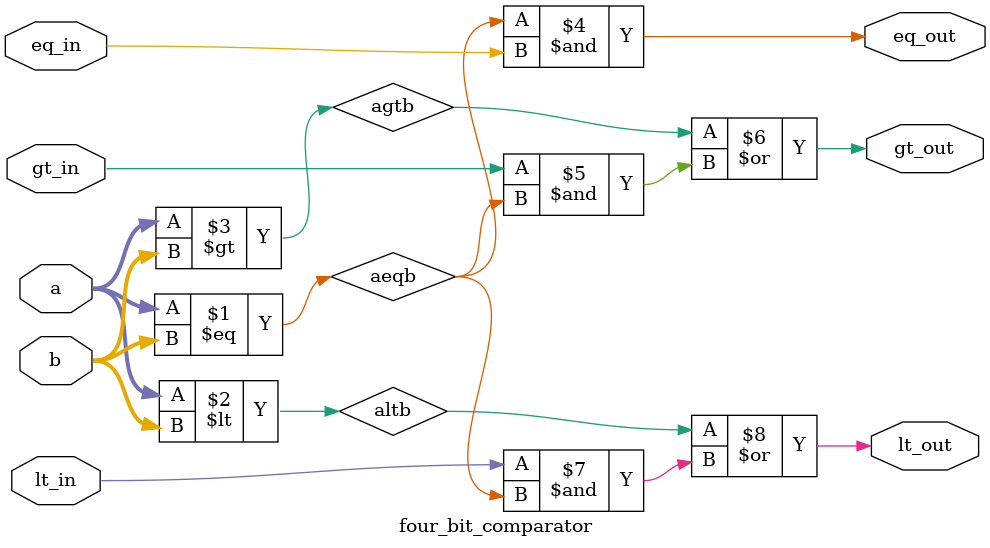
<source format=v>
`timescale 10 ns / 1 ns

module four_bit_comparator(input wire [3:0] a, input wire [3:0] b,
input wire eq_in, gt_in, lt_in,
output wire eq_out, gt_out, lt_out);

	   wire aeqb, qltb, qgtb;

	   assign aeqb = (a==b);
	   assign altb = (a<b);
	   assign agtb = (a>b);
	   assign eq_out = aeqb & eq_in;
	   assign gt_out = agtb | gt_in & aeqb;
	   assign lt_out = altb | lt_in & aeqb;


endmodule
</source>
